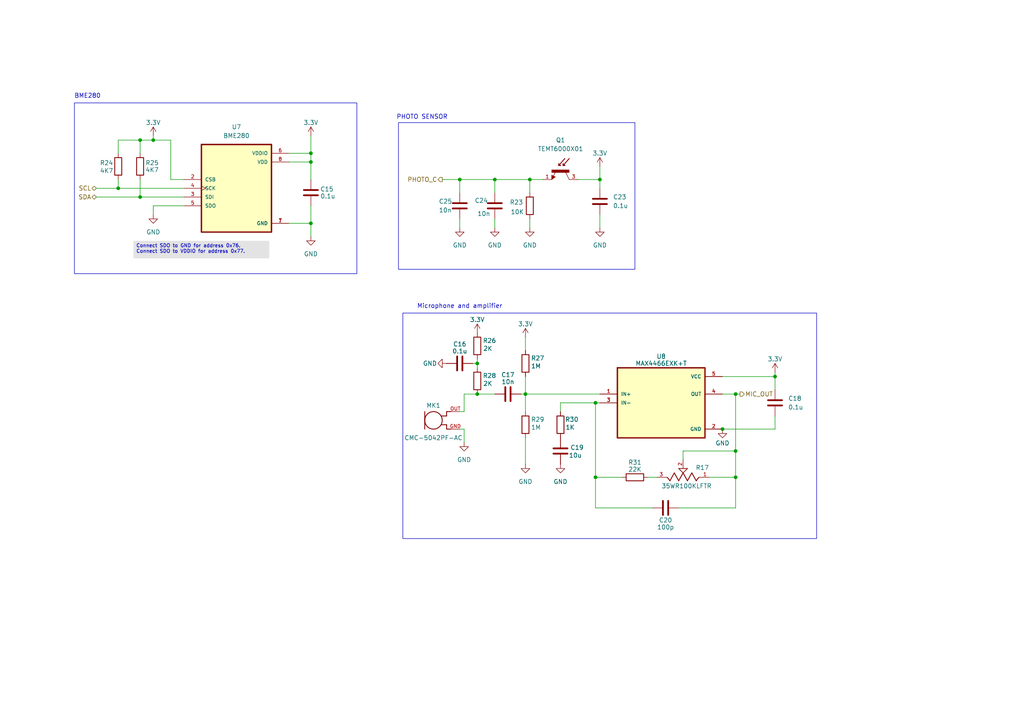
<source format=kicad_sch>
(kicad_sch (version 20250114) (generator "eeschema") (generator_version "9.0")
  (paper "A4")
  (lib_symbols
    (symbol "35WR100KLFTR:35WR100KLFTR" (pin_names (offset 1.016))
      (property "Reference" "R" (at -5.08 5.08 0))
      (property "Value" "35WR100KLFTR" (at -5.08 2.54 0))
      (symbol "35WR100KLFTR_0_0"
        (polyline (pts (xy -5.08 0) (xy -4.572 0)) (stroke (width 0.1524)))
        (polyline (pts (xy -4.572 0) (xy -3.81 1.016)) (stroke (width 0.254)))
        (polyline (pts (xy -3.81 1.016) (xy -2.54 -1.27)) (stroke (width 0.254)))
        (polyline (pts (xy -2.54 -1.27) (xy -1.27 1.016)) (stroke (width 0.254)))
        (polyline (pts (xy -1.27 1.016) (xy 0 -1.27)) (stroke (width 0.254)))
        (polyline (pts (xy -1.27 -2.54) (xy 0 -1.27)) (stroke (width 0.2032)))
        (polyline (pts (xy 0 -1.27) (xy 1.27 1.016)) (stroke (width 0.254)))
        (polyline (pts (xy 0 -1.27) (xy 1.27 -2.54)) (stroke (width 0.2032)))
        (polyline (pts (xy 1.27 1.016) (xy 2.54 -1.27)) (stroke (width 0.254)))
        (polyline (pts (xy 1.27 -2.54) (xy -1.27 -2.54)) (stroke (width 0.2032)))
        (polyline (pts (xy 2.54 -1.27) (xy 3.81 1.016)) (stroke (width 0.254)))
        (polyline (pts (xy 3.81 1.016) (xy 4.572 0)) (stroke (width 0.254)))
        (polyline (pts (xy 4.572 0) (xy 5.08 0)) (stroke (width 0.1524)))
        (pin passive line (at -7.62 0 0) (length 2.54) (name "~") (number "1"))
        (pin passive line (at 0 -5.08 90) (length 2.54) (name "~") (number "2"))
        (pin passive line (at 7.62 0 180) (length 2.54) (name "~") (number "3"))
      )
    )
    (symbol "BME280_1" (pin_names (offset 1.016))
      (property "Reference" "U" (at -10.1662 13.3431 0))
      (property "Value" "BME280" (at -10.1683 -15.2524 0))
      (symbol "BME280_1_0_0"
        (rectangle (start -10.16 -12.7) (end 10.16 12.7) (stroke (width 0.4064)) (fill (type background)))
        (pin input line (at -15.24 2.54 0) (length 5.08) (name "CSB") (number "2"))
        (pin input clock (at -15.24 0 0) (length 5.08) (name "SCK") (number "4"))
        (pin bidirectional line (at -15.24 -2.54 0) (length 5.08) (name "SDI") (number "3"))
        (pin bidirectional line (at -15.24 -5.08 0) (length 5.08) (name "SDO") (number "5"))
        (pin power_in line (at 15.24 10.16 180) (length 5.08) (name "VDDIO") (number "6"))
        (pin power_in line (at 15.24 7.62 180) (length 5.08) (name "VDD") (number "8"))
        (pin power_in line (at 15.24 -10.16 180) (length 5.08) (name "GND") (number "1"))
        (pin power_in line (at 15.24 -10.16 180) (length 5.08) (name "GND") (number "7"))
      )
    )
    (symbol "CMC-5042PF-AC:CMC-5042PF-AC" (pin_names (offset 1.016))
      (property "Reference" "MK" (at -2.5424 5.0848 0))
      (property "Value" "CMC-5042PF-AC" (at -2.5442 -6.3606 0))
      (symbol "CMC-5042PF-AC_0_0"
        (polyline (pts (xy -2.54 2.54) (xy -2.54 -2.54)) (stroke (width 0.254)))
        (circle (center 0 0) (radius 2.54) (stroke (width 0.254)))
        (polyline (pts (xy 3.81 2.54) (xy 3.81 1.27)) (stroke (width 0.254)))
        (polyline (pts (xy 3.81 1.27) (xy 2.2352 1.27)) (stroke (width 0.254)))
        (polyline (pts (xy 3.81 -1.27) (xy 2.2352 -1.27)) (stroke (width 0.254)))
        (polyline (pts (xy 3.81 -2.54) (xy 3.81 -1.27)) (stroke (width 0.254)))
        (polyline (pts (xy 5.08 2.54) (xy 3.81 2.54)) (stroke (width 0.254)))
        (polyline (pts (xy 5.08 -2.54) (xy 3.81 -2.54)) (stroke (width 0.254)))
        (pin output line (at 7.62 2.54 180) (length 2.54) (name "~") (number "OUT"))
        (pin power_in line (at 7.62 -2.54 180) (length 2.54) (name "~") (number "GND"))
      )
    )
    (symbol "Device:C" (pin_numbers (hide yes)) (pin_names (offset 0.254))
      (property "Reference" "C" (at 0.635 2.54 0))
      (property "Value" "C" (at 0.635 -2.54 0))
      (symbol "C_0_1"
        (polyline (pts (xy -2.032 0.762) (xy 2.032 0.762)) (stroke (width 0.508)))
        (polyline (pts (xy -2.032 -0.762) (xy 2.032 -0.762)) (stroke (width 0.508)))
      )
      (symbol "C_1_1"
        (pin passive line (at 0 3.81 270) (length 2.794) (name "~") (number "1"))
        (pin passive line (at 0 -3.81 90) (length 2.794) (name "~") (number "2"))
      )
    )
    (symbol "Device:R" (pin_numbers (hide yes)) (pin_names (offset 0))
      (property "Reference" "R" (at 2.032 0 90))
      (property "Value" "R" (at 0 0 90))
      (symbol "R_0_1"
        (rectangle (start -1.016 -2.54) (end 1.016 2.54) (stroke (width 0.254)))
      )
      (symbol "R_1_1"
        (pin passive line (at 0 3.81 270) (length 1.27) (name "~") (number "1"))
        (pin passive line (at 0 -3.81 90) (length 1.27) (name "~") (number "2"))
      )
    )
    (symbol "GND_1" (power) (pin_numbers (hide yes)) (pin_names (offset 0) (hide yes))
      (property "Value" "GND" (at 0 -3.81 0))
      (symbol "GND_1_0_1"
        (polyline (pts (xy 0 0) (xy 0 -1.27) (xy 1.27 -1.27) (xy 0 -2.54) (xy -1.27 -1.27) (xy 0 -1.27)))
      )
      (symbol "GND_1_1_1"
        (pin power_in line (at 0 0 270) (length 0) (name "~") (number "1"))
      )
    )
    (symbol "GND_2" (power) (pin_numbers (hide yes)) (pin_names (offset 0) (hide yes))
      (property "Value" "GND" (at 0 -3.81 0))
      (symbol "GND_2_0_1"
        (polyline (pts (xy 0 0) (xy 0 -1.27) (xy 1.27 -1.27) (xy 0 -2.54) (xy -1.27 -1.27) (xy 0 -1.27)))
      )
      (symbol "GND_2_1_1"
        (pin power_in line (at 0 0 270) (length 0) (name "~") (number "1"))
      )
    )
    (symbol "MAX4466EXK:MAX4466EXK" (pin_names (offset 1.016))
      (property "Reference" "U" (at -12.7 11.16 0))
      (property "Value" "MAX4466EXK" (at -12.7 -14.16 0))
      (symbol "MAX4466EXK_0_0"
        (rectangle (start -12.7 -10.16) (end 12.7 10.16) (stroke (width 0.41)) (fill (type background)))
        (pin input line (at -17.78 2.54 0) (length 5.08) (name "IN+") (number "1"))
        (pin input line (at -17.78 0 0) (length 5.08) (name "IN-") (number "3"))
        (pin power_in line (at 17.78 7.62 180) (length 5.08) (name "VCC") (number "5"))
        (pin output line (at 17.78 2.54 180) (length 5.08) (name "OUT") (number "4"))
        (pin power_in line (at 17.78 -7.62 180) (length 5.08) (name "GND") (number "2"))
      )
    )
    (symbol "SparkFun-Capacitor:C" (pin_numbers (hide yes)) (pin_names (offset 0.254))
      (property "Reference" "C" (at 0.635 2.54 0))
      (property "Value" "C" (at 0.635 -2.54 0))
      (property "Voltage" "1kV" (at 0 -6.35 0))
      (property "Tolerance" "100%" (at 0 -8.89 0))
      (symbol "C_0_1"
        (polyline (pts (xy -2.032 0.762) (xy 2.032 0.762)) (stroke (width 0.508)))
        (polyline (pts (xy -2.032 -0.762) (xy 2.032 -0.762)) (stroke (width 0.508)))
      )
      (symbol "C_1_1"
        (pin passive line (at 0 3.81 270) (length 2.794) (name "~") (number "1"))
        (pin passive line (at 0 -3.81 90) (length 2.794) (name "~") (number "2"))
      )
    )
    (symbol "SparkFun-PowerSymbol:3.3V" (power) (pin_names (offset 0))
      (property "Value" "3.3V" (at 0 3.81 0))
      (symbol "3.3V_0_1"
        (polyline (pts (xy -0.762 1.27) (xy 0 2.54)))
        (polyline (pts (xy 0 2.54) (xy 0.762 1.27)))
        (polyline (pts (xy 0 0) (xy 0 2.54)))
      )
      (symbol "3.3V_1_1"
        (pin power_in line (at 0 0 90) (length 0) (hide yes) (name "3.3V") (number "1"))
      )
    )
    (symbol "TEMT6000X01:TEMT6000X01" (pin_names (offset 1.016))
      (property "Reference" "Q" (at 5.0999 0 0))
      (property "Value" "TEMT6000X01" (at 5.0887 -2.5444 0))
      (symbol "TEMT6000X01_0_0"
        (polyline (pts (xy -3.556 2.54) (xy -1.524 0.762)) (stroke (width 0.254)))
        (polyline (pts (xy -3.556 1.27) (xy -1.524 -0.508)) (stroke (width 0.254)))
        (polyline (pts (xy -2.032 0.762) (xy -1.524 1.27)) (stroke (width 0.254)))
        (polyline (pts (xy -2.032 -0.508) (xy -1.524 0)) (stroke (width 0.254)))
        (polyline (pts (xy -1.524 1.27) (xy -1.524 0.762)) (stroke (width 0.254)))
        (polyline (pts (xy -1.524 0.762) (xy -2.032 0.762)) (stroke (width 0.254)))
        (polyline (pts (xy -1.524 0) (xy -1.524 -0.508)) (stroke (width 0.254)))
        (polyline (pts (xy -1.524 -0.508) (xy -2.032 -0.508)) (stroke (width 0.254)))
        (rectangle (start -0.2547 -2.5468) (end 0.508 2.54) (stroke (width 0.1)) (fill (type outline)))
        (polyline (pts (xy 1.27 -2.54) (xy 1.778 -1.524)) (stroke (width 0.1524)))
        (polyline (pts (xy 1.524 -2.286) (xy 1.905 -2.286)) (stroke (width 0.254)))
        (polyline (pts (xy 1.524 -2.413) (xy 2.286 -2.413)) (stroke (width 0.254)))
        (polyline (pts (xy 1.54 -2.04) (xy 0.308 -1.424)) (stroke (width 0.1524)))
        (polyline (pts (xy 1.778 -1.524) (xy 2.54 -2.54)) (stroke (width 0.1524)))
        (polyline (pts (xy 1.778 -1.778) (xy 1.524 -2.286)) (stroke (width 0.254)))
        (polyline (pts (xy 1.905 -2.286) (xy 1.778 -2.032)) (stroke (width 0.254)))
        (polyline (pts (xy 2.286 -2.413) (xy 1.778 -1.778)) (stroke (width 0.254)))
        (polyline (pts (xy 2.54 2.54) (xy 0.508 1.524)) (stroke (width 0.1524)))
        (polyline (pts (xy 2.54 -2.54) (xy 1.27 -2.54)) (stroke (width 0.1524)))
        (pin passive line (at 2.54 5.08 270) (length 2.54) (name "~") (number "3"))
        (pin passive line (at 2.54 -5.08 90) (length 2.54) (name "~") (number "1"))
      )
    )
    (symbol "power:GND" (power) (pin_names (offset 0))
      (property "Value" "GND" (at 0 -3.81 0))
      (symbol "GND_0_1"
        (polyline (pts (xy 0 0) (xy 0 -1.27) (xy 1.27 -1.27) (xy 0 -2.54) (xy -1.27 -1.27) (xy 0 -1.27)))
      )
      (symbol "GND_1_1"
        (pin power_in line (at 0 0 270) (length 0) (hide yes) (name "GND") (number "1"))
      )
    )
  )
  (rectangle (start 115.57 35.56) (end 184.15 78.105))
  (rectangle (start 21.59 29.845) (end 103.505 79.375))
  (rectangle (start 116.84 90.805) (end 236.855 156.21))
  (text "PHOTO SENSOR" (at 122.428 34.036 0) (effects (font (size 1.27 1.27))))
  (text "Microphone and amplifier" (at 133.35 88.9 0) (effects (font (size 1.27 1.27))))
  (text "BME280\n" (at 25.4 27.94 0) (effects (font (size 1.27 1.27))))
  (text_box "Connect SDO to GND for address 0x76.\nConnect SDO to VDDIO for address 0x77." (at 38.735 69.85 0) (size 39.37 5.08) (margins 0.7499 0.7499 0.7499 0.7499) (stroke (width -0.0001)) (fill (type color) (color 194 194 194 0.45)) (effects (font (size 1 1)) (justify left top)))
  (junction (at 90.17 44.45))
  (junction (at 44.45 40.64))
  (junction (at 153.67 52.07))
  (junction (at 213.36 130.81))
  (junction (at 173.99 52.07))
  (junction (at 40.64 57.15))
  (junction (at 213.36 114.3))
  (junction (at 138.43 114.3))
  (junction (at 90.17 46.99))
  (junction (at 152.4 114.3))
  (junction (at 172.72 138.43))
  (junction (at 133.35 52.07))
  (junction (at 213.36 138.43))
  (junction (at 34.29 54.61))
  (junction (at 40.64 40.64))
  (junction (at 224.79 109.22))
  (junction (at 138.43 105.41))
  (junction (at 90.17 64.77))
  (junction (at 143.51 52.07))
  (junction (at 172.72 116.84))
  (junction (at 209.55 124.46))
  (wire (pts (xy 224.79 109.22) (xy 209.55 109.22)))
  (wire (pts (xy 83.82 44.45) (xy 90.17 44.45)))
  (wire (pts (xy 196.85 147.32) (xy 213.36 147.32)))
  (wire (pts (xy 44.45 59.69) (xy 44.45 62.23)))
  (wire (pts (xy 172.72 116.84) (xy 172.72 138.43)))
  (wire (pts (xy 224.79 107.95) (xy 224.79 109.22)))
  (wire (pts (xy 40.64 52.07) (xy 40.64 57.15)))
  (wire (pts (xy 90.17 59.69) (xy 90.17 64.77)))
  (wire (pts (xy 34.29 52.07) (xy 34.29 54.61)))
  (wire (pts (xy 34.29 40.64) (xy 40.64 40.64)))
  (wire (pts (xy 137.16 105.41) (xy 138.43 105.41)))
  (wire (pts (xy 44.45 40.64) (xy 44.45 39.37)))
  (wire (pts (xy 214.63 114.3) (xy 213.36 114.3)))
  (wire (pts (xy 198.12 130.81) (xy 213.36 130.81)))
  (wire (pts (xy 40.64 40.64) (xy 44.45 40.64)))
  (wire (pts (xy 151.13 114.3) (xy 152.4 114.3)))
  (wire (pts (xy 128.27 52.07) (xy 133.35 52.07)))
  (wire (pts (xy 133.35 119.38) (xy 134.62 119.38)))
  (wire (pts (xy 153.67 52.07) (xy 153.67 55.88)))
  (wire (pts (xy 138.43 104.14) (xy 138.43 105.41)))
  (wire (pts (xy 173.99 54.61) (xy 173.99 52.07)))
  (wire (pts (xy 152.4 114.3) (xy 152.4 119.38)))
  (wire (pts (xy 40.64 57.15) (xy 53.34 57.15)))
  (wire (pts (xy 224.79 124.46) (xy 209.55 124.46)))
  (wire (pts (xy 224.79 120.65) (xy 224.79 124.46)))
  (wire (pts (xy 224.79 113.03) (xy 224.79 109.22)))
  (wire (pts (xy 134.62 124.46) (xy 134.62 128.27)))
  (wire (pts (xy 205.74 138.43) (xy 213.36 138.43)))
  (wire (pts (xy 83.82 64.77) (xy 90.17 64.77)))
  (wire (pts (xy 90.17 46.99) (xy 90.17 44.45)))
  (wire (pts (xy 153.67 63.5) (xy 153.67 66.04)))
  (wire (pts (xy 90.17 64.77) (xy 90.17 68.58)))
  (wire (pts (xy 143.51 63.5) (xy 143.51 66.04)))
  (wire (pts (xy 34.29 54.61) (xy 53.34 54.61)))
  (wire (pts (xy 34.29 44.45) (xy 34.29 40.64)))
  (wire (pts (xy 134.62 114.3) (xy 138.43 114.3)))
  (wire (pts (xy 40.64 40.64) (xy 40.64 44.45)))
  (wire (pts (xy 172.72 147.32) (xy 172.72 138.43)))
  (wire (pts (xy 44.45 40.64) (xy 49.53 40.64)))
  (wire (pts (xy 143.51 55.88) (xy 143.51 52.07)))
  (wire (pts (xy 133.35 52.07) (xy 143.51 52.07)))
  (wire (pts (xy 152.4 109.22) (xy 152.4 114.3)))
  (wire (pts (xy 162.56 119.38) (xy 162.56 116.84)))
  (wire (pts (xy 134.62 124.46) (xy 133.35 124.46)))
  (wire (pts (xy 213.36 130.81) (xy 213.36 114.3)))
  (wire (pts (xy 133.35 52.07) (xy 133.35 55.88)))
  (wire (pts (xy 138.43 105.41) (xy 138.43 106.68)))
  (wire (pts (xy 173.99 52.07) (xy 167.64 52.07)))
  (wire (pts (xy 157.48 52.07) (xy 153.67 52.07)))
  (wire (pts (xy 162.56 116.84) (xy 172.72 116.84)))
  (wire (pts (xy 173.99 62.23) (xy 173.99 66.04)))
  (wire (pts (xy 90.17 44.45) (xy 90.17 39.37)))
  (wire (pts (xy 152.4 97.79) (xy 152.4 101.6)))
  (wire (pts (xy 133.35 63.5) (xy 133.35 66.04)))
  (wire (pts (xy 90.17 46.99) (xy 90.17 52.07)))
  (wire (pts (xy 53.34 52.07) (xy 49.53 52.07)))
  (wire (pts (xy 198.12 133.35) (xy 198.12 130.81)))
  (wire (pts (xy 187.96 138.43) (xy 190.5 138.43)))
  (wire (pts (xy 138.43 114.3) (xy 143.51 114.3)))
  (wire (pts (xy 49.53 52.07) (xy 49.53 40.64)))
  (wire (pts (xy 189.23 147.32) (xy 172.72 147.32)))
  (wire (pts (xy 152.4 114.3) (xy 173.99 114.3)))
  (wire (pts (xy 213.36 147.32) (xy 213.36 138.43)))
  (wire (pts (xy 152.4 127) (xy 152.4 134.62)))
  (wire (pts (xy 172.72 116.84) (xy 173.99 116.84)))
  (wire (pts (xy 134.62 119.38) (xy 134.62 114.3)))
  (wire (pts (xy 213.36 114.3) (xy 209.55 114.3)))
  (wire (pts (xy 172.72 138.43) (xy 180.34 138.43)))
  (wire (pts (xy 213.36 130.81) (xy 213.36 138.43)))
  (wire (pts (xy 53.34 59.69) (xy 44.45 59.69)))
  (wire (pts (xy 173.99 48.26) (xy 173.99 52.07)))
  (wire (pts (xy 27.94 57.15) (xy 40.64 57.15)))
  (wire (pts (xy 27.94 54.61) (xy 34.29 54.61)))
  (wire (pts (xy 83.82 46.99) (xy 90.17 46.99)))
  (wire (pts (xy 143.51 52.07) (xy 153.67 52.07)))
  (hierarchical_label "SDA" (shape bidirectional) (at 27.94 57.15 180))
  (hierarchical_label "PHOTO_C" (shape output) (at 128.27 52.07 180))
  (hierarchical_label "SCL" (shape bidirectional) (at 27.94 54.61 180))
  (hierarchical_label "MIC_OUT" (shape output) (at 214.63 114.3 0))
  (symbol (lib_id "SparkFun-PowerSymbol:3.3V") (at 90.17 39.37 0) (unit 1)
    (property "Reference" "#PWR036" (effects (hide yes)))
    (property "Value" "3.3V" (at 90.17 35.56 0))
    (property "Description" "Power symbol creates a global label with name \"3.3V\"" (effects (hide yes)))
  )
  (symbol (lib_id "Device:R") (at 152.4 105.41 180) (unit 1)
    (property "Reference" "R27" (at 155.956 103.886 0))
    (property "Value" "1M" (at 155.448 106.172 0))
    (property "Footprint" "Resistor_SMD:R_0805_2012Metric" (effects (hide yes)))
    (property "Description" "Resistor" (effects (hide yes)))
    (property "PACKAGE" "0805 " (effects (hide yes)))
  )
  (symbol (lib_id "Device:R") (at 162.56 123.19 180) (unit 1)
    (property "Reference" "R30" (at 165.862 121.666 0))
    (property "Value" "1K" (at 165.354 123.952 0))
    (property "Footprint" "Resistor_SMD:R_0805_2012Metric" (effects (hide yes)))
    (property "Description" "Resistor" (effects (hide yes)))
    (property "PACKAGE" "0805" (effects (hide yes)))
  )
  (symbol (lib_id "power:GND") (at 153.67 66.04 0) (unit 1)
    (property "Reference" "#PWR062" (effects (hide yes)))
    (property "Value" "GND" (at 153.67 71.12 0))
    (property "Description" "Power symbol creates a global label with name \"GND\" , ground" (effects (hide yes)))
  )
  (symbol (lib_id "SparkFun-PowerSymbol:3.3V") (at 138.43 96.52 0) (unit 1)
    (property "Reference" "#PWR040" (effects (hide yes)))
    (property "Value" "3.3V" (at 138.43 92.71 0))
    (property "Description" "Power symbol creates a global label with name \"3.3V\"" (effects (hide yes)))
  )
  (symbol (lib_id "power:GND") (at 143.51 66.04 0) (unit 1)
    (property "Reference" "#PWR064" (effects (hide yes)))
    (property "Value" "GND" (at 143.51 71.12 0))
    (property "Description" "Power symbol creates a global label with name \"GND\" , ground" (effects (hide yes)))
  )
  (symbol (lib_name "GND_2") (lib_id "power:GND") (at 129.54 105.41 270) (unit 1)
    (property "Reference" "#PWR042" (effects (hide yes)))
    (property "Value" "GND" (at 126.746 105.41 90) (effects (justify right)))
    (property "Description" "Power symbol creates a global label with name \"GND\" , ground" (effects (hide yes)))
  )
  (symbol (lib_id "power:GND") (at 173.99 66.04 0) (unit 1)
    (property "Reference" "#PWR065" (effects (hide yes)))
    (property "Value" "GND" (at 173.99 71.12 0))
    (property "Description" "Power symbol creates a global label with name \"GND\" , ground" (effects (hide yes)))
  )
  (symbol (lib_id "Device:R") (at 184.15 138.43 90) (unit 1)
    (property "Reference" "R31" (at 184.15 134.112 90))
    (property "Value" "22K" (at 184.15 136.144 90))
    (property "Footprint" "Resistor_SMD:R_0805_2012Metric" (effects (hide yes)))
    (property "Description" "Resistor" (effects (hide yes)))
    (property "PACKAGE" "0805 " (effects (hide yes)))
  )
  (symbol (lib_name "GND_1") (lib_id "power:GND") (at 162.56 134.62 0) (unit 1)
    (property "Reference" "#PWR049" (effects (hide yes)))
    (property "Value" "GND" (at 162.56 139.7 0))
    (property "Description" "Power symbol creates a global label with name \"GND\" , ground" (effects (hide yes)))
  )
  (symbol (lib_id "Device:R") (at 34.29 48.26 0) (unit 1)
    (property "Reference" "R24" (at 28.956 47.244 0) (effects (justify left)))
    (property "Value" "4K7" (at 28.956 49.53 0) (effects (justify left)))
    (property "Footprint" "Resistor_SMD:R_0805_2012Metric" (effects (hide yes)))
    (property "Description" "Pull-up resistor" (effects (hide yes)))
    (property "PACKAGE" "0805 " (effects (hide yes)))
  )
  (symbol (lib_id "CMC-5042PF-AC:CMC-5042PF-AC") (at 125.73 121.92 0) (unit 1)
    (property "Reference" "MK1" (at 125.73 117.602 0))
    (property "Value" "CMC-5042PF-AC" (at 125.73 127 0))
    (property "Footprint" "Footprints:CUI_CMC-5042PF-AC" (effects (hide yes)))
    (property "Description" "Microphone" (effects (hide yes)))
    (property "MF" "Same Sky" (effects (hide yes)))
    (property "Description_1" "\n                        \n                            6.0 mm, Omnidirectional, PCB Mount, 2.0 Vdc, Electret Condenser Microphone\n                        \n" (effects (hide yes)))
    (property "Package" "None" (effects (hide yes)))
    (property "Price" "None" (effects (hide yes)))
    (property "Check_prices" "https://www.snapeda.com/parts/CMC-5042PF-AC/Same+Sky/view-part/?ref=eda" (effects (hide yes)))
    (property "STANDARD" "Manufacturer recommendations" (effects (hide yes)))
    (property "SnapEDA_Link" "https://www.snapeda.com/parts/CMC-5042PF-AC/Same+Sky/view-part/?ref=snap" (effects (hide yes)))
    (property "MP" "CMC-5042PF-AC" (effects (hide yes)))
    (property "Availability" "In Stock" (effects (hide yes)))
    (property "MANUFACTURER" "CUI INC" (effects (hide yes)))
    (property "Manufacturer_Part_Number" "CMC-5042PF-AC" (effects (hide yes)))
  )
  (symbol (lib_id "SparkFun-Capacitor:C") (at 90.17 55.88 180) (unit 1)
    (property "Reference" "C15" (at 96.774 54.864 0) (effects (justify left)))
    (property "Value" "0.1u" (at 97.282 56.896 0) (effects (justify left)))
    (property "Footprint" "Capacitor_SMD:C_0805_2012Metric" (effects (hide yes)))
    (property "Datasheet" "https://cdn.sparkfun.com/assets/8/a/4/a/5/Kemet_Capacitor_Datasheet.pdf" (effects (hide yes)))
    (property "PROD_ID" "CAP-00000" (effects (hide yes)))
    (property "Voltage" "1kV" (effects (hide yes)))
    (property "Tolerance" "100%" (effects (hide yes)))
    (property "Purpose" "Decoupling  capacitor." (effects (hide yes)))
    (property "Instructions and notes" "For high-frequency noise filtering" (effects (hide yes)))
  )
  (symbol (lib_name "BME280_1") (lib_id "BME280:BME280") (at 68.58 54.61 0) (unit 1)
    (property "Reference" "U7" (at 68.58 36.83 0))
    (property "Value" "BME280" (at 68.58 39.37 0))
    (property "Footprint" "Footprints:PSON65P250X250X100-8N" (effects (hide yes)))
    (property "Description" "Air Quality Sensor MEMS humidity, pressure and temperature sensor" (effects (hide yes)))
    (property "MF" "Bosch" (effects (hide yes)))
    (property "DESCRIPTION" "Integrated pressure, humidity and temperature sensor; 8-pin 2.5x2.5x0.93mm LGA" (effects (hide yes)))
    (property "PACKAGE" "LGA-8" (effects (hide yes)))
    (property "PRICE" "4.94 USD" (effects (hide yes)))
    (property "Package" "LGA-8 Bosch" (effects (hide yes)))
    (property "Check_prices" "https://www.snapeda.com/parts/BME280/Bosch+Sensortec/view-part/?ref=eda" (effects (hide yes)))
    (property "STANDARD" "IPC-7351B" (effects (hide yes)))
    (property "SnapEDA_Link" "https://www.snapeda.com/parts/BME280/Bosch+Sensortec/view-part/?ref=snap" (effects (hide yes)))
    (property "MP" "BME280" (effects (hide yes)))
    (property "Price" "None" (effects (hide yes)))
    (property "Availability" "In Stock" (effects (hide yes)))
    (property "AVAILABILITY" "Good" (effects (hide yes)))
    (property "Description_1" "\n                        \n                            Board Mount Humidity Sensors MEMS humidity, pressure and temperature sensor\n                        \n" (effects (hide yes)))
    (property "MANUFACTURER" "Bosch" (effects (hide yes)))
    (property "Manufacturer_Part_Number" "BME280" (effects (hide yes)))
  )
  (symbol (lib_id "power:GND") (at 133.35 66.04 0) (unit 1)
    (property "Reference" "#PWR063" (effects (hide yes)))
    (property "Value" "GND" (at 133.35 71.12 0))
    (property "Description" "Power symbol creates a global label with name \"GND\" , ground" (effects (hide yes)))
  )
  (symbol (lib_id "SparkFun-PowerSymbol:3.3V") (at 224.79 107.95 0) (unit 1)
    (property "Reference" "#PWR044" (effects (hide yes)))
    (property "Value" "3.3V" (at 224.79 104.14 0))
    (property "Description" "Power symbol creates a global label with name \"3.3V\"" (effects (hide yes)))
  )
  (symbol (lib_name "GND_2") (lib_id "power:GND") (at 152.4 134.62 0) (unit 1)
    (property "Reference" "#PWR048" (effects (hide yes)))
    (property "Value" "GND" (at 152.4 139.7 0))
    (property "Description" "Power symbol creates a global label with name \"GND\" , ground" (effects (hide yes)))
  )
  (symbol (lib_id "power:GND") (at 134.62 128.27 0) (unit 1)
    (property "Reference" "#PWR046" (effects (hide yes)))
    (property "Value" "GND" (at 134.62 133.35 0))
    (property "Description" "Power symbol creates a global label with name \"GND\" , ground" (effects (hide yes)))
  )
  (symbol (lib_id "Device:C") (at 133.35 59.69 0) (unit 1)
    (property "Reference" "C25" (at 127.254 58.42 0) (effects (justify left)))
    (property "Value" "10n" (at 127.254 60.96 0) (effects (justify left)))
    (property "Footprint" "Capacitor_SMD:C_0805_2012Metric" (effects (hide yes)))
    (property "Description" "Unpolarized capacitor" (effects (hide yes)))
  )
  (symbol (lib_id "SparkFun-PowerSymbol:3.3V") (at 44.45 39.37 0) (unit 1)
    (property "Reference" "#PWR035" (effects (hide yes)))
    (property "Value" "3.3V" (at 44.45 35.56 0))
    (property "Description" "Power symbol creates a global label with name \"3.3V\"" (effects (hide yes)))
  )
  (symbol (lib_id "Device:C") (at 173.99 58.42 0) (unit 1)
    (property "Reference" "C23" (at 177.8 57.1499 0) (effects (justify left)))
    (property "Value" "0.1u" (at 177.8 59.6899 0) (effects (justify left)))
    (property "Footprint" "Capacitor_SMD:C_0805_2012Metric" (effects (hide yes)))
    (property "Description" "Unpolarized capacitor" (effects (hide yes)))
  )
  (symbol (lib_id "Device:C") (at 143.51 59.69 0) (unit 1)
    (property "Reference" "C24" (at 137.668 58.166 0) (effects (justify left)))
    (property "Value" "10n" (at 138.43 61.976 0) (effects (justify left)))
    (property "Footprint" "Capacitor_SMD:C_0805_2012Metric" (effects (hide yes)))
    (property "Description" "Unpolarized capacitor" (effects (hide yes)))
  )
  (symbol (lib_id "Device:C") (at 193.04 147.32 90) (unit 1)
    (property "Reference" "C20" (at 193.04 150.876 90))
    (property "Value" "100p" (at 193.04 152.908 90))
    (property "Footprint" "Capacitor_SMD:C_0805_2012Metric" (effects (hide yes)))
  )
  (symbol (lib_id "Device:R") (at 40.64 48.26 0) (unit 1)
    (property "Reference" "R25" (at 42.164 47.244 0) (effects (justify left)))
    (property "Value" "4K7" (at 42.164 49.276 0) (effects (justify left)))
    (property "Footprint" "Resistor_SMD:R_0805_2012Metric" (effects (hide yes)))
    (property "Description" "Pull-up resistor" (effects (hide yes)))
    (property "PACKAGE" "0805 " (effects (hide yes)))
  )
  (symbol (lib_id "Device:C") (at 162.56 130.81 180) (unit 1)
    (property "Reference" "C19" (at 167.386 129.794 0))
    (property "Value" "10u" (at 166.878 132.08 0))
    (property "Footprint" "Capacitor_SMD:C_0805_2012Metric" (effects (hide yes)))
    (property "PROD_ID" "CAP-00000" (effects (hide yes)))
  )
  (symbol (lib_id "SparkFun-PowerSymbol:3.3V") (at 152.4 97.79 0) (unit 1)
    (property "Reference" "#PWR041" (effects (hide yes)))
    (property "Value" "3.3V" (at 152.4 93.98 0))
    (property "Description" "Power symbol creates a global label with name \"3.3V\"" (effects (hide yes)))
  )
  (symbol (lib_id "power:GND") (at 90.17 68.58 0) (unit 1)
    (property "Reference" "#PWR039" (effects (hide yes)))
    (property "Value" "GND" (at 90.17 73.66 0))
    (property "Description" "Power symbol creates a global label with name \"GND\" , ground" (effects (hide yes)))
  )
  (symbol (lib_id "Device:C") (at 147.32 114.3 270) (unit 1)
    (property "Reference" "C17" (at 147.32 108.712 90))
    (property "Value" "10n" (at 147.32 110.744 90))
    (property "Footprint" "Capacitor_SMD:C_0805_2012Metric" (effects (hide yes)))
  )
  (symbol (lib_id "Device:R") (at 152.4 123.19 180) (unit 1)
    (property "Reference" "R29" (at 155.956 121.666 0))
    (property "Value" "1M" (at 155.448 123.952 0))
    (property "Footprint" "Resistor_SMD:R_0805_2012Metric" (effects (hide yes)))
    (property "Description" "Resistor" (effects (hide yes)))
    (property "PACKAGE" "0805 " (effects (hide yes)))
  )
  (symbol (lib_id "Device:C") (at 224.79 116.84 0) (unit 1)
    (property "Reference" "C18" (at 228.6 115.5699 0) (effects (justify left)))
    (property "Value" "0.1u" (at 228.6 118.1099 0) (effects (justify left)))
    (property "Footprint" "Capacitor_SMD:C_0805_2012Metric" (effects (hide yes)))
  )
  (symbol (lib_id "MAX4466EXK:MAX4466EXK") (at 191.77 116.84 0) (unit 1)
    (property "Reference" "U8" (at 191.77 103.378 0))
    (property "Value" "MAX4466EXK+T" (at 191.77 105.41 0))
    (property "Footprint" "Footprints:SOT65P210X110-5N" (effects (hide yes)))
    (property "Description" "Microphone Preamplifier" (effects (hide yes)))
    (property "MF" "Analog Devices" (effects (hide yes)))
    (property "Description_1" "\n                        \n                            Amplifier IC 1-Channel (Mono) Class AB SC-70-5\n                        \n" (effects (hide yes)))
    (property "Package" "SC-70-5 Maxim" (effects (hide yes)))
    (property "Price" "None" (effects (hide yes)))
    (property "SnapEDA_Link" "https://www.snapeda.com/parts/MAX4466EXK/Analog+Devices/view-part/?ref=snap" (effects (hide yes)))
    (property "MP" "MAX4466EXK" (effects (hide yes)))
    (property "Availability" "In Stock" (effects (hide yes)))
    (property "Check_prices" "https://www.snapeda.com/parts/MAX4466EXK/Analog+Devices/view-part/?ref=eda" (effects (hide yes)))
    (property "MANUFACTURER" "Analog Devices Inc." (effects (hide yes)))
    (property "Manufacturer_Part_Number" "MAX4466EXK+T" (effects (hide yes)))
    (property "PACKAGE" "SC-70-5" (effects (hide yes)))
  )
  (symbol (lib_id "SparkFun-PowerSymbol:3.3V") (at 173.99 48.26 0) (unit 1)
    (property "Reference" "#PWR066" (effects (hide yes)))
    (property "Value" "3.3V" (at 173.99 44.45 0))
    (property "Description" "Power symbol creates a global label with name \"3.3V\"" (effects (hide yes)))
  )
  (symbol (lib_id "Device:C") (at 133.35 105.41 270) (unit 1)
    (property "Reference" "C16" (at 133.35 99.822 90))
    (property "Value" "0.1u" (at 133.35 101.854 90))
    (property "Footprint" "Capacitor_SMD:C_0805_2012Metric" (effects (hide yes)))
  )
  (symbol (lib_id "power:GND") (at 209.55 124.46 0) (unit 1)
    (property "Reference" "#PWR045" (effects (hide yes)))
    (property "Value" "GND" (at 209.55 128.524 0))
    (property "Description" "Power symbol creates a global label with name \"GND\" , ground" (effects (hide yes)))
  )
  (symbol (lib_id "Device:R") (at 138.43 110.49 180) (unit 1)
    (property "Reference" "R28" (at 141.986 108.966 0))
    (property "Value" "2K" (at 141.478 111.252 0))
    (property "Footprint" "Resistor_SMD:R_0805_2012Metric" (effects (hide yes)))
    (property "Description" "Resistor" (effects (hide yes)))
    (property "PACKAGE" "0805 " (effects (hide yes)))
  )
  (symbol (lib_id "35WR100KLFTR:35WR100KLFTR") (at 198.12 138.43 180) (unit 1)
    (property "Reference" "R17" (at 203.708 135.636 0))
    (property "Value" "35WR100KLFTR" (at 199.136 140.97 0))
    (property "Footprint" "Footprints:TRIM_35WR100KLFTR" (effects (hide yes)))
    (property "MF" "TT Electronics/BI" (effects (hide yes)))
    (property "MAXIMUM_PACKAGE_HEIGHT" "1.8mm" (effects (hide yes)))
    (property "Package" "TT Electronics/BI" (effects (hide yes)))
    (property "Price" "None" (effects (hide yes)))
    (property "Check_prices" "https://www.snapeda.com/parts/35WR100KLFTR/TT/view-part/?ref=eda" (effects (hide yes)))
    (property "STANDARD" "Manufacturer Recommendations" (effects (hide yes)))
    (property "PARTREV" "D" (effects (hide yes)))
    (property "SnapEDA_Link" "https://www.snapeda.com/parts/35WR100KLFTR/TT/view-part/?ref=snap" (effects (hide yes)))
    (property "MP" "35WR100KLFTR" (effects (hide yes)))
    (property "Description_1" "100 kOhms 0.1W, 1/10W - Surface Mount Trimmer Potentiometer Cermet 1.0 Turn Top Adjustment" (effects (hide yes)))
    (property "Availability" "In Stock" (effects (hide yes)))
    (property "MANUFACTURER" "TT Electronics/BI" (effects (hide yes)))
  )
  (symbol (lib_id "Device:R") (at 153.67 59.69 0) (unit 1)
    (property "Reference" "R23" (at 147.828 58.674 0) (effects (justify left)))
    (property "Value" "10K" (at 148.082 61.468 0) (effects (justify left)))
    (property "Footprint" "Resistor_SMD:R_0805_2012Metric" (effects (hide yes)))
    (property "Description" "Resistor" (effects (hide yes)))
    (property "PACKAGE" "0805" (effects (hide yes)))
  )
  (symbol (lib_id "power:GND") (at 44.45 62.23 0) (unit 1)
    (property "Reference" "#PWR038" (effects (hide yes)))
    (property "Value" "GND" (at 44.45 67.31 0))
    (property "Description" "Power symbol creates a global label with name \"GND\" , ground" (effects (hide yes)))
  )
  (symbol (lib_id "Device:R") (at 138.43 100.33 180) (unit 1)
    (property "Reference" "R26" (at 141.986 98.806 0))
    (property "Value" "2K" (at 141.478 101.092 0))
    (property "Footprint" "Resistor_SMD:R_0805_2012Metric" (effects (hide yes)))
    (property "Description" "Resistor" (effects (hide yes)))
    (property "PACKAGE" "0805 " (effects (hide yes)))
  )
  (symbol (lib_id "TEMT6000X01:TEMT6000X01") (at 162.56 49.53 270) (unit 1)
    (property "Reference" "Q1" (at 162.5854 40.64 90))
    (property "Value" "TEMT6000X01" (at 162.5854 43.18 90))
    (property "Footprint" "Footprints:TRANS_TEMT6000X01" (effects (hide yes)))
    (property "Description" "Ambient Light Sensors Ambient Light Sensor AEC-Q101 Qualified" (effects (hide yes)))
    (property "MF" "Vishay Semiconductor" (effects (hide yes)))
    (property "Description_1" "\n                        \n                            Phototransistors 570nm Top View 1206 (3216 Metric)\n                        \n" (effects (hide yes)))
    (property "Package" "1206 Vishay" (effects (hide yes)))
    (property "Price" "None" (effects (hide yes)))
    (property "Check_prices" "https://www.snapeda.com/parts/TEMT6000X01/Vishay+Semiconductor+Opto+Division/view-part/?ref=eda" (effects (hide yes)))
    (property "STANDARD" "Manufacturer Recommendations" (effects (hide yes)))
    (property "PARTREV" "1.9" (effects (hide yes)))
    (property "SnapEDA_Link" "https://www.snapeda.com/parts/TEMT6000X01/Vishay+Semiconductor+Opto+Division/view-part/?ref=snap" (effects (hide yes)))
    (property "MP" "TEMT6000X01" (effects (hide yes)))
    (property "Availability" "In Stock" (effects (hide yes)))
    (property "MANUFACTURER" "VISHAY" (effects (hide yes)))
    (property "Manufacturer_Part_Number" "TEMT6000X01" (effects (hide yes)))
    (property "PACKAGE" "4 mm x 2 mm x 1.05 mm" (effects (hide yes)))
  )
)
</source>
